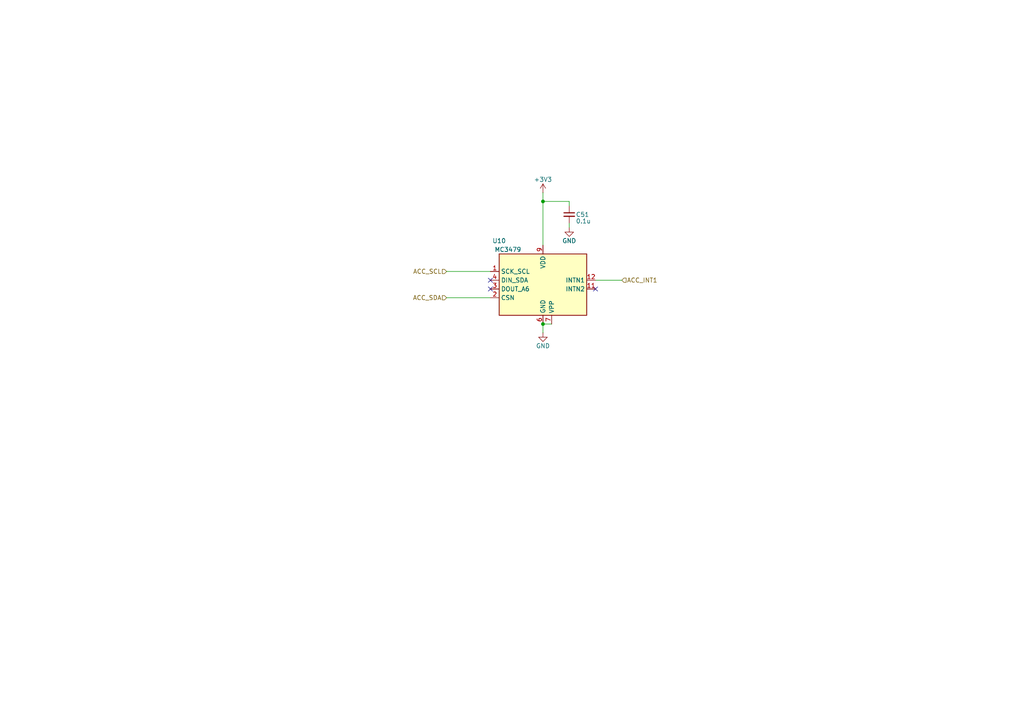
<source format=kicad_sch>
(kicad_sch (version 20250114) (generator "eeschema") (generator_version "9.0")
  (paper "A4")
  (lib_symbols
    (symbol "Device:C_Small" (pin_numbers (hide yes)) (pin_names (offset 0.254) (hide yes))
      (property "Reference" "C" (at 0.254 1.778 0))
      (property "Value" "C_Small" (at 0.254 -2.032 0))
      (symbol "C_Small_0_1"
        (polyline (pts (xy -1.524 0.508) (xy 1.524 0.508)) (stroke (width 0.3048)))
        (polyline (pts (xy -1.524 -0.508) (xy 1.524 -0.508)) (stroke (width 0.3302)))
      )
      (symbol "C_Small_1_1"
        (pin passive line (at 0 2.54 270) (length 2.032) (name "~") (number "1"))
        (pin passive line (at 0 -2.54 90) (length 2.032) (name "~") (number "2"))
      )
    )
    (symbol "My Libraries:MC3479"
      (property "Reference" "U" (at -10.16 12.7 0))
      (property "Value" "MC3479" (at -7.62 10.16 0))
      (symbol "MC3479_0_1"
        (rectangle (start -12.7 7.62) (end 12.7 -10.16) (stroke (width 0.254)) (fill (type background)))
      )
      (symbol "MC3479_1_1"
        (pin input line (at -15.24 2.54 0) (length 2.54) (name "SCK_SCL") (number "1"))
        (pin input line (at -15.24 0 0) (length 2.54) (name "DIN_SDA") (number "4"))
        (pin output line (at -15.24 -2.54 0) (length 2.54) (name "DOUT_A6") (number "3"))
        (pin input line (at -15.24 -5.08 0) (length 2.54) (name "CSN") (number "2"))
        (pin power_in line (at 0 10.16 270) (length 2.54) (name "VDD") (number "9"))
        (pin power_in line (at 0 -12.7 90) (length 2.54) (name "GND") (number "6"))
        (pin power_in line (at 2.54 -12.7 90) (length 2.54) (name "VPP") (number "7"))
        (pin no_connect line (at 15.24 5.08 180) (length 2.54) (hide yes) (name "NC") (number "5"))
        (pin output line (at 15.24 0 180) (length 2.54) (name "INTN1") (number "12"))
        (pin output line (at 15.24 -2.54 180) (length 2.54) (name "INTN2") (number "11"))
        (pin no_connect line (at 15.24 -5.08 180) (length 2.54) (hide yes) (name "NC") (number "8"))
        (pin no_connect line (at 15.24 -7.62 180) (length 2.54) (hide yes) (name "NC") (number "10"))
      )
    )
    (symbol "power:+3.3V" (power) (pin_numbers (hide yes)) (pin_names (offset 0) (hide yes))
      (property "Value" "+3.3V" (at 0 3.556 0))
      (symbol "+3.3V_0_1"
        (polyline (pts (xy -0.762 1.27) (xy 0 2.54)))
        (polyline (pts (xy 0 2.54) (xy 0.762 1.27)))
        (polyline (pts (xy 0 0) (xy 0 2.54)))
      )
      (symbol "+3.3V_1_1"
        (pin power_in line (at 0 0 90) (length 0) (name "~") (number "1"))
      )
    )
    (symbol "power:GND" (power) (pin_numbers (hide yes)) (pin_names (offset 0) (hide yes))
      (property "Value" "GND" (at 0 -3.81 0))
      (symbol "GND_0_1"
        (polyline (pts (xy 0 0) (xy 0 -1.27) (xy 1.27 -1.27) (xy 0 -2.54) (xy -1.27 -1.27) (xy 0 -1.27)))
      )
      (symbol "GND_1_1"
        (pin power_in line (at 0 0 270) (length 0) (name "~") (number "1"))
      )
    )
  )
  (junction (at 157.48 93.98) (diameter 0.9144))
  (junction (at 157.48 58.42) (diameter 0.9144))
  (no_connect (at 142.24 81.28))
  (no_connect (at 142.24 83.82))
  (no_connect (at 172.72 83.82))
  (wire (pts (xy 129.54 78.74) (xy 142.24 78.74)))
  (wire (pts (xy 165.1 64.77) (xy 165.1 66.04)))
  (wire (pts (xy 157.48 58.42) (xy 165.1 58.42)))
  (wire (pts (xy 157.48 71.12) (xy 157.48 58.42)))
  (wire (pts (xy 165.1 58.42) (xy 165.1 59.69)))
  (wire (pts (xy 157.48 93.98) (xy 160.02 93.98)))
  (wire (pts (xy 157.48 93.98) (xy 157.48 96.52)))
  (wire (pts (xy 172.72 81.28) (xy 180.34 81.28)))
  (wire (pts (xy 157.48 55.88) (xy 157.48 58.42)))
  (wire (pts (xy 129.54 86.36) (xy 142.24 86.36)))
  (hierarchical_label "ACC_INT1" (shape input) (at 180.34 81.28 0))
  (hierarchical_label "ACC_SCL" (shape input) (at 129.54 78.74 180))
  (hierarchical_label "ACC_SDA" (shape input) (at 129.54 86.36 180))
  (symbol (lib_id "power:+3.3V") (at 157.48 55.88 0) (unit 1)
    (property "Reference" "#PWR0107" (effects (hide yes)))
    (property "Value" "+3V3" (at 157.48 52.07 0))
    (property "Description" "Power symbol creates a global label with name \"+3.3V\"" (effects (hide yes)))
  )
  (symbol (lib_id "power:GND") (at 165.1 66.04 0) (unit 1)
    (property "Reference" "#PWR0109" (effects (hide yes)))
    (property "Value" "GND" (at 165.1 69.85 0))
    (property "Description" "Power symbol creates a global label with name \"GND\" , ground" (effects (hide yes)))
  )
  (symbol (lib_id "My Libraries:MC3479") (at 157.48 81.28 0) (unit 1)
    (property "Reference" "U10" (at 144.78 69.85 0))
    (property "Value" "MC3479" (at 147.32 72.39 0))
    (property "Footprint" "Package_LGA:LGA-12_2x2mm_P0.5mm" (effects (hide yes)))
    (property "Description" "3-Axis Accelerometer ±2, ±4, ±8, ±12, ±16g range 16-bit 4 μA, SPI, I2C" (effects (hide yes)))
  )
  (symbol (lib_id "Device:C_Small") (at 165.1 62.23 0) (unit 1)
    (property "Reference" "C51" (at 167.005 62.2299 0) (effects (justify left)))
    (property "Value" "0.1u" (at 167.005 64.1349 0) (effects (justify left)))
    (property "Footprint" "Capacitor_SMD:C_0402_1005Metric" (effects (hide yes)))
    (property "Description" "Unpolarized capacitor, small symbol" (effects (hide yes)))
  )
  (symbol (lib_id "power:GND") (at 157.48 96.52 0) (unit 1)
    (property "Reference" "#PWR0108" (effects (hide yes)))
    (property "Value" "GND" (at 157.48 100.33 0))
    (property "Description" "Power symbol creates a global label with name \"GND\" , ground" (effects (hide yes)))
  )
)
</source>
